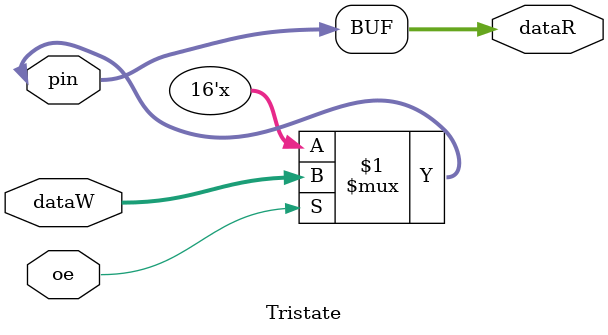
<source format=v>
/**
* Tristate Buffer (16 bit)
*
* if (oe == 1) dataW is output to external pins, dataR = dataW
* if (oe == 0) pins are set to High-Z, dataR = external pins
*/
`default_nettype none

module Tristate(
	inout wire [15:0] pin,
	input wire [15:0] dataW,
	output wire [15:0] dataR,
	input wire oe
	);

	assign pin = (oe)? dataW: 16'bzzzzzzzzzzzzzzzz;
	assign dataR = pin;
	
endmodule


</source>
